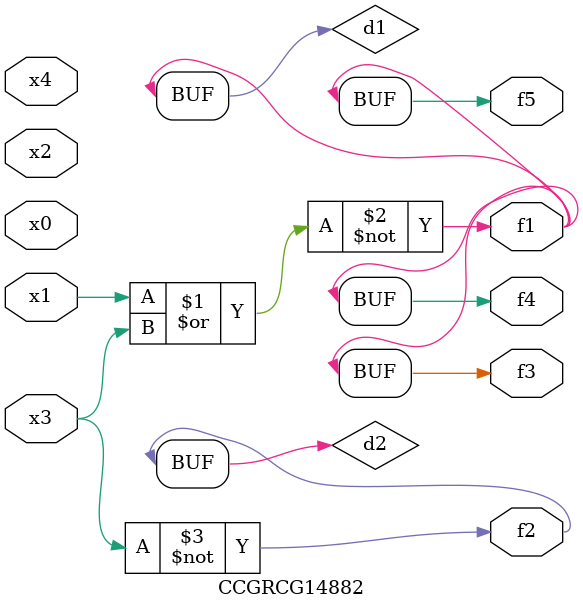
<source format=v>
module CCGRCG14882(
	input x0, x1, x2, x3, x4,
	output f1, f2, f3, f4, f5
);

	wire d1, d2;

	nor (d1, x1, x3);
	not (d2, x3);
	assign f1 = d1;
	assign f2 = d2;
	assign f3 = d1;
	assign f4 = d1;
	assign f5 = d1;
endmodule

</source>
